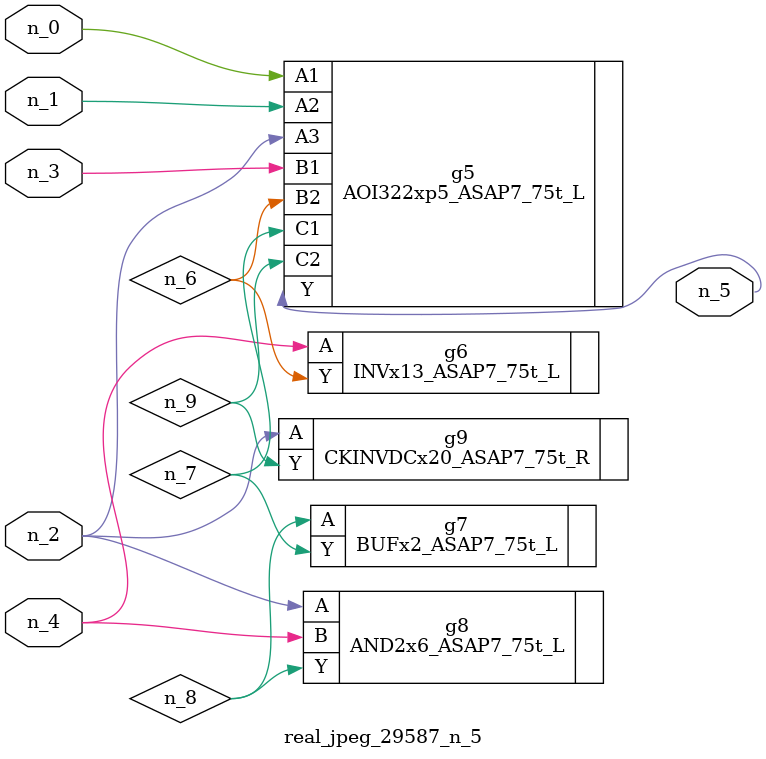
<source format=v>
module real_jpeg_29587_n_5 (n_4, n_0, n_1, n_2, n_3, n_5);

input n_4;
input n_0;
input n_1;
input n_2;
input n_3;

output n_5;

wire n_8;
wire n_6;
wire n_7;
wire n_9;

AOI322xp5_ASAP7_75t_L g5 ( 
.A1(n_0),
.A2(n_1),
.A3(n_2),
.B1(n_3),
.B2(n_6),
.C1(n_7),
.C2(n_9),
.Y(n_5)
);

AND2x6_ASAP7_75t_L g8 ( 
.A(n_2),
.B(n_4),
.Y(n_8)
);

CKINVDCx20_ASAP7_75t_R g9 ( 
.A(n_2),
.Y(n_9)
);

INVx13_ASAP7_75t_L g6 ( 
.A(n_4),
.Y(n_6)
);

BUFx2_ASAP7_75t_L g7 ( 
.A(n_8),
.Y(n_7)
);


endmodule
</source>
